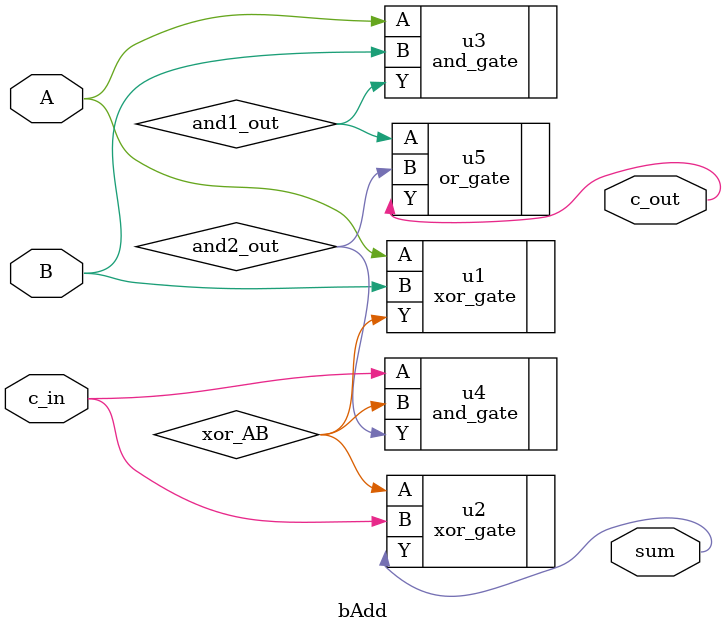
<source format=v>
`timescale 1ns/1ps

module bAdd (
    input wire A,
    input wire B,
    input wire c_in,
    output wire sum,
    output wire c_out
);

    wire xor_AB;
    wire sum_temp;
    wire and1_out, and2_out;

    // sum = A ^ B ^ c_in
    xor_gate u1 (.A(A),      .B(B),     .Y(xor_AB));
    xor_gate u2 (.A(xor_AB), .B(c_in),  .Y(sum));

    // c_out = (A & B) | (c_in & (A ^ B))
    and_gate u3 (.A(A),      .B(B),     .Y(and1_out));
    and_gate u4 (.A(c_in),   .B(xor_AB),.Y(and2_out));
    or_gate  u5 (.A(and1_out), .B(and2_out), .Y(c_out));

endmodule

</source>
